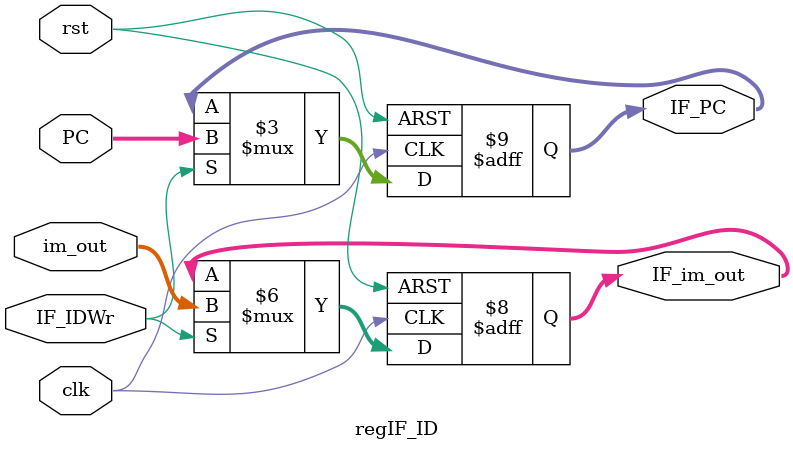
<source format=v>
module regIF_ID(clk , rst , im_out , PC , IF_im_out , IF_PC,IF_IDWr);

    input       [31:0]      im_out;
    input       [31:0]      PC;
    input                   clk;
    input                   rst;
    input                   IF_IDWr;

    output  reg [31:0]      IF_im_out;
    output  reg [31:0]      IF_PC;

    always @(posedge clk or posedge rst)
    begin
        if( rst )
        begin
            IF_im_out <= 32'b0;
            IF_PC <= 32'b0;
        end
        else if(IF_IDWr)
        begin
            IF_im_out = im_out;
            IF_PC = PC;
        end
    end
endmodule
</source>
